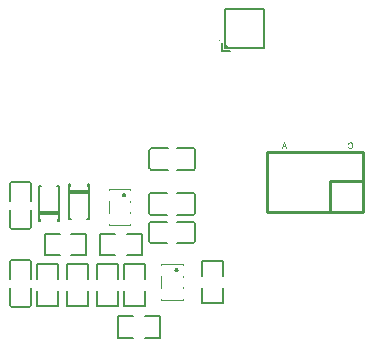
<source format=gbo>
G04 Layer: BottomSilkscreenLayer*
G04 EasyEDA v6.5.51, 2025-09-17 03:18:51*
G04 4aee9cc30035422d88a860af958d7afb,d57bd40a603b42be9e37e0d49851eb9c,10*
G04 Gerber Generator version 0.2*
G04 Scale: 100 percent, Rotated: No, Reflected: No *
G04 Dimensions in inches *
G04 leading zeros omitted , absolute positions ,3 integer and 6 decimal *
%FSLAX36Y36*%
%MOIN*%

%ADD10C,0.0020*%
%ADD11C,0.0100*%
%ADD12C,0.0060*%
%ADD13C,0.0060*%
%ADD14C,0.0039*%
%ADD15C,0.0173*%

%LPD*%
D10*
X1681364Y-1814364D02*
G01*
X1682272Y-1812545D01*
X1684090Y-1810727D01*
X1685909Y-1809818D01*
X1689544Y-1809818D01*
X1691364Y-1810727D01*
X1693181Y-1812545D01*
X1694090Y-1814364D01*
X1695000Y-1817091D01*
X1695000Y-1821635D01*
X1694090Y-1824364D01*
X1693181Y-1826181D01*
X1691364Y-1828000D01*
X1689544Y-1828908D01*
X1685909Y-1828908D01*
X1684090Y-1828000D01*
X1682272Y-1826181D01*
X1681364Y-1824364D01*
X1467727Y-1809818D02*
G01*
X1475000Y-1828908D01*
X1467727Y-1809818D02*
G01*
X1460455Y-1828908D01*
X1472272Y-1822545D02*
G01*
X1463181Y-1822545D01*
G36*
X1270180Y-1476860D02*
G01*
X1270180Y-1494820D01*
X1288140Y-1494820D01*
G37*
G36*
X1108520Y-2227820D02*
G01*
X1107020Y-2228060D01*
X1105600Y-2228620D01*
X1104360Y-2229480D01*
X1103320Y-2230600D01*
X1102540Y-2231900D01*
X1102080Y-2233340D01*
X1101920Y-2234860D01*
X1102080Y-2236360D01*
X1102260Y-2237100D01*
X1102900Y-2238480D01*
X1103800Y-2239700D01*
X1104960Y-2240680D01*
X1106300Y-2241400D01*
X1107020Y-2241660D01*
X1108520Y-2241900D01*
X1110040Y-2241820D01*
X1110780Y-2241660D01*
X1112180Y-2241080D01*
X1113440Y-2240220D01*
X1114480Y-2239120D01*
X1115240Y-2237820D01*
X1115720Y-2236360D01*
X1115840Y-2235620D01*
X1115840Y-2234100D01*
X1115520Y-2232620D01*
X1114900Y-2231220D01*
X1113980Y-2230020D01*
X1112840Y-2229020D01*
X1111500Y-2228300D01*
X1110040Y-2227900D01*
G37*
G36*
X933520Y-1977820D02*
G01*
X932020Y-1978060D01*
X930600Y-1978620D01*
X929360Y-1979480D01*
X928319Y-1980600D01*
X927540Y-1981900D01*
X927080Y-1983340D01*
X926919Y-1984860D01*
X927080Y-1986360D01*
X927260Y-1987100D01*
X927900Y-1988480D01*
X928800Y-1989700D01*
X929960Y-1990680D01*
X931300Y-1991399D01*
X932020Y-1991660D01*
X933520Y-1991900D01*
X935040Y-1991819D01*
X935780Y-1991660D01*
X937180Y-1991080D01*
X938439Y-1990220D01*
X939479Y-1989120D01*
X940240Y-1987820D01*
X940720Y-1986360D01*
X940840Y-1985620D01*
X940840Y-1984100D01*
X940520Y-1982620D01*
X939900Y-1981220D01*
X938980Y-1980020D01*
X937840Y-1979019D01*
X936500Y-1978300D01*
X935040Y-1977900D01*
G37*
D11*
X1410945Y-1840000D02*
G01*
X1410945Y-2040000D01*
X1729054Y-1840000D02*
G01*
X1410945Y-1840000D01*
X1729054Y-2040000D02*
G01*
X1410945Y-2040000D01*
X1729054Y-1939722D02*
G01*
X1620000Y-1939722D01*
X1620000Y-2040000D01*
X1729054Y-1840000D02*
G01*
X1729054Y-2040000D01*
D12*
X1399810Y-1494810D02*
G01*
X1399810Y-1365189D01*
X1270189Y-1365189D01*
X1270189Y-1494810D01*
X1399810Y-1494810D01*
X1288141Y-1503811D02*
G01*
X1261189Y-1503811D01*
X1261189Y-1476858D01*
X624468Y-1948548D02*
G01*
X624468Y-2004061D01*
X553319Y-2004061D02*
G01*
X553319Y-1948548D01*
X559319Y-1942548D02*
G01*
X618469Y-1942548D01*
X624468Y-2091163D02*
G01*
X624468Y-2035650D01*
X553319Y-2035650D02*
G01*
X553319Y-2091163D01*
X559319Y-2097163D02*
G01*
X618469Y-2097163D01*
X624468Y-2208548D02*
G01*
X624468Y-2264061D01*
X553319Y-2264061D02*
G01*
X553319Y-2208548D01*
X559319Y-2202548D02*
G01*
X618469Y-2202548D01*
X624468Y-2351163D02*
G01*
X624468Y-2295650D01*
X553319Y-2295650D02*
G01*
X553319Y-2351163D01*
X559319Y-2357163D02*
G01*
X618469Y-2357163D01*
X1022587Y-1979281D02*
G01*
X1078099Y-1979281D01*
X1078099Y-2050430D02*
G01*
X1022587Y-2050430D01*
X1016586Y-2044430D02*
G01*
X1016586Y-1985281D01*
X1165200Y-1979281D02*
G01*
X1109688Y-1979281D01*
X1109688Y-2050430D02*
G01*
X1165200Y-2050430D01*
X1171201Y-2044430D02*
G01*
X1171201Y-1985281D01*
X1023693Y-1829425D02*
G01*
X1079205Y-1829425D01*
X1079205Y-1900574D02*
G01*
X1023693Y-1900574D01*
X1017692Y-1894574D02*
G01*
X1017692Y-1835425D01*
X1166306Y-1829425D02*
G01*
X1110794Y-1829425D01*
X1110794Y-1900574D02*
G01*
X1166306Y-1900574D01*
X1172307Y-1894574D02*
G01*
X1172307Y-1835425D01*
X1022587Y-2074281D02*
G01*
X1078099Y-2074281D01*
X1078099Y-2145430D02*
G01*
X1022587Y-2145430D01*
X1016586Y-2139430D02*
G01*
X1016586Y-2080281D01*
X1165200Y-2074281D02*
G01*
X1109688Y-2074281D01*
X1109688Y-2145430D02*
G01*
X1165200Y-2145430D01*
X1171201Y-2139430D02*
G01*
X1171201Y-2080281D01*
D13*
X654164Y-2072060D02*
G01*
X654164Y-2065216D01*
X713623Y-2072060D02*
G01*
X713623Y-2065216D01*
X713623Y-2072060D02*
G01*
X717995Y-2072060D01*
X717995Y-2065216D01*
X649792Y-2065216D02*
G01*
X649792Y-2072060D01*
X654164Y-2072060D01*
X654164Y-2065216D02*
G01*
X649792Y-2065216D01*
X717995Y-2065216D02*
G01*
X713623Y-2065216D01*
X717995Y-2042420D02*
G01*
X649792Y-2042420D01*
D12*
X717995Y-2048045D02*
G01*
X649792Y-2048045D01*
X717995Y-2065216D02*
G01*
X717995Y-1954495D01*
X717995Y-1954495D02*
G01*
X711381Y-1954495D01*
X649792Y-2065216D02*
G01*
X649792Y-1954495D01*
X649792Y-1954495D02*
G01*
X656406Y-1954495D01*
D13*
X813623Y-1947651D02*
G01*
X813623Y-1954495D01*
X754164Y-1947651D02*
G01*
X754164Y-1954495D01*
X754164Y-1947651D02*
G01*
X749792Y-1947651D01*
X749792Y-1954495D01*
X817996Y-1954495D02*
G01*
X817996Y-1947651D01*
X813623Y-1947651D01*
X813623Y-1954495D02*
G01*
X817996Y-1954495D01*
X749792Y-1954495D02*
G01*
X754164Y-1954495D01*
X749792Y-1977292D02*
G01*
X817996Y-1977292D01*
D12*
X749792Y-1971667D02*
G01*
X817996Y-1971667D01*
X749792Y-1954495D02*
G01*
X749792Y-2065216D01*
X749792Y-2065216D02*
G01*
X756406Y-2065216D01*
X817996Y-1954495D02*
G01*
X817996Y-2065216D01*
X817996Y-2065216D02*
G01*
X811382Y-2065216D01*
X915000Y-2303604D02*
G01*
X915000Y-2354191D01*
X842788Y-2354191D01*
X842788Y-2303604D01*
X915000Y-2266107D02*
G01*
X915000Y-2215520D01*
X842788Y-2215520D01*
X842788Y-2266107D01*
X1265000Y-2293604D02*
G01*
X1265000Y-2344191D01*
X1192788Y-2344191D01*
X1192788Y-2293604D01*
X1265000Y-2256107D02*
G01*
X1265000Y-2205520D01*
X1192788Y-2205520D01*
X1192788Y-2256107D01*
X932788Y-2266107D02*
G01*
X932788Y-2215520D01*
X1005000Y-2215520D01*
X1005000Y-2266107D01*
X932788Y-2303604D02*
G01*
X932788Y-2354191D01*
X1005000Y-2354191D01*
X1005000Y-2303604D01*
X742788Y-2266107D02*
G01*
X742788Y-2215520D01*
X815000Y-2215520D01*
X815000Y-2266107D01*
X742788Y-2303604D02*
G01*
X742788Y-2354191D01*
X815000Y-2354191D01*
X815000Y-2303604D01*
X642788Y-2266107D02*
G01*
X642788Y-2215520D01*
X715000Y-2215520D01*
X715000Y-2266107D01*
X642788Y-2303604D02*
G01*
X642788Y-2354191D01*
X715000Y-2354191D01*
X715000Y-2303604D01*
X965146Y-2460961D02*
G01*
X914557Y-2460961D01*
X914557Y-2388750D01*
X965146Y-2388750D01*
X1002641Y-2460961D02*
G01*
X1053230Y-2460961D01*
X1053230Y-2388750D01*
X1002641Y-2388750D01*
X942641Y-2113750D02*
G01*
X993230Y-2113750D01*
X993230Y-2185961D01*
X942641Y-2185961D01*
X905146Y-2113750D02*
G01*
X854557Y-2113750D01*
X854557Y-2185961D01*
X905146Y-2185961D01*
X757642Y-2113750D02*
G01*
X808230Y-2113750D01*
X808230Y-2185961D01*
X757642Y-2185961D01*
X720145Y-2113750D02*
G01*
X669558Y-2113750D01*
X669558Y-2185961D01*
X720145Y-2185961D01*
D14*
X1129326Y-2219576D02*
G01*
X1129326Y-2213829D01*
X1129326Y-2256977D02*
G01*
X1129326Y-2255336D01*
X1129326Y-2294376D02*
G01*
X1129326Y-2292736D01*
X1129326Y-2335877D02*
G01*
X1129326Y-2330136D01*
X1058459Y-2219576D02*
G01*
X1058459Y-2213829D01*
X1058459Y-2294376D02*
G01*
X1058459Y-2255335D01*
X1058459Y-2335877D02*
G01*
X1058459Y-2330135D01*
X1058459Y-2335877D02*
G01*
X1129326Y-2335877D01*
X1058459Y-2213829D02*
G01*
X1129326Y-2213829D01*
X954326Y-1969576D02*
G01*
X954326Y-1963829D01*
X954326Y-2006977D02*
G01*
X954326Y-2005336D01*
X954326Y-2044376D02*
G01*
X954326Y-2042735D01*
X954326Y-2085877D02*
G01*
X954326Y-2080136D01*
X883459Y-1969576D02*
G01*
X883459Y-1963829D01*
X883459Y-2044376D02*
G01*
X883459Y-2005335D01*
X883459Y-2085877D02*
G01*
X883459Y-2080135D01*
X883459Y-2085877D02*
G01*
X954326Y-2085877D01*
X883459Y-1963829D02*
G01*
X954326Y-1963829D01*
D12*
G75*
G01*
X553319Y-1948549D02*
G02*
X559319Y-1942549I6000J0D01*
G75*
G01*
X618469Y-1942549D02*
G02*
X624469Y-1948549I0J-6000D01*
G75*
G01*
X553319Y-2091163D02*
G03*
X559319Y-2097163I6000J0D01*
G75*
G01*
X618469Y-2097163D02*
G03*
X624469Y-2091163I0J6000D01*
G75*
G01*
X553319Y-2208549D02*
G02*
X559319Y-2202549I6000J0D01*
G75*
G01*
X618469Y-2202549D02*
G02*
X624469Y-2208549I0J-6000D01*
G75*
G01*
X553319Y-2351163D02*
G03*
X559319Y-2357163I6000J0D01*
G75*
G01*
X618469Y-2357163D02*
G03*
X624469Y-2351163I0J6000D01*
G75*
G01*
X1022587Y-2050431D02*
G02*
X1016587Y-2044431I0J6000D01*
G75*
G01*
X1016587Y-1985281D02*
G02*
X1022587Y-1979281I6000J0D01*
G75*
G01*
X1165201Y-2050431D02*
G03*
X1171201Y-2044431I0J6000D01*
G75*
G01*
X1171201Y-1985281D02*
G03*
X1165201Y-1979281I-6000J0D01*
G75*
G01*
X1023693Y-1900575D02*
G02*
X1017693Y-1894575I0J6000D01*
G75*
G01*
X1017693Y-1835425D02*
G02*
X1023693Y-1829425I6000J0D01*
G75*
G01*
X1166307Y-1900575D02*
G03*
X1172307Y-1894575I0J6000D01*
G75*
G01*
X1172307Y-1835425D02*
G03*
X1166307Y-1829425I-6000J0D01*
G75*
G01*
X1022587Y-2145431D02*
G02*
X1016587Y-2139431I0J6000D01*
G75*
G01*
X1016587Y-2080281D02*
G02*
X1022587Y-2074281I6000J0D01*
G75*
G01*
X1165201Y-2145431D02*
G03*
X1171201Y-2139431I0J6000D01*
G75*
G01*
X1171201Y-2080281D02*
G03*
X1165201Y-2074281I-6000J0D01*
D14*
G75*
G01
X1252470Y-1469370D02*
G03X1252470Y-1469370I-1970J0D01*
M02*

</source>
